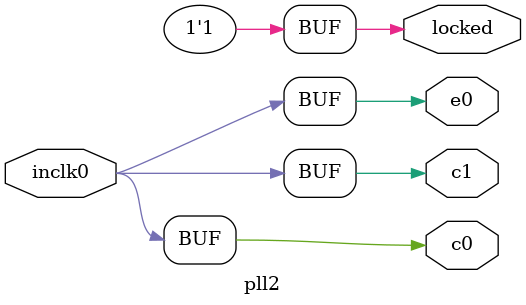
<source format=v>
module pll2(input wire inclk0,
            output wire c0,
            output wire c1,
            output wire locked,
            output wire e0);
   assign          c0 = inclk0;
   assign          c1 = inclk0;
   assign          locked = 1;
   assign          e0 = inclk0;
endmodule
</source>
